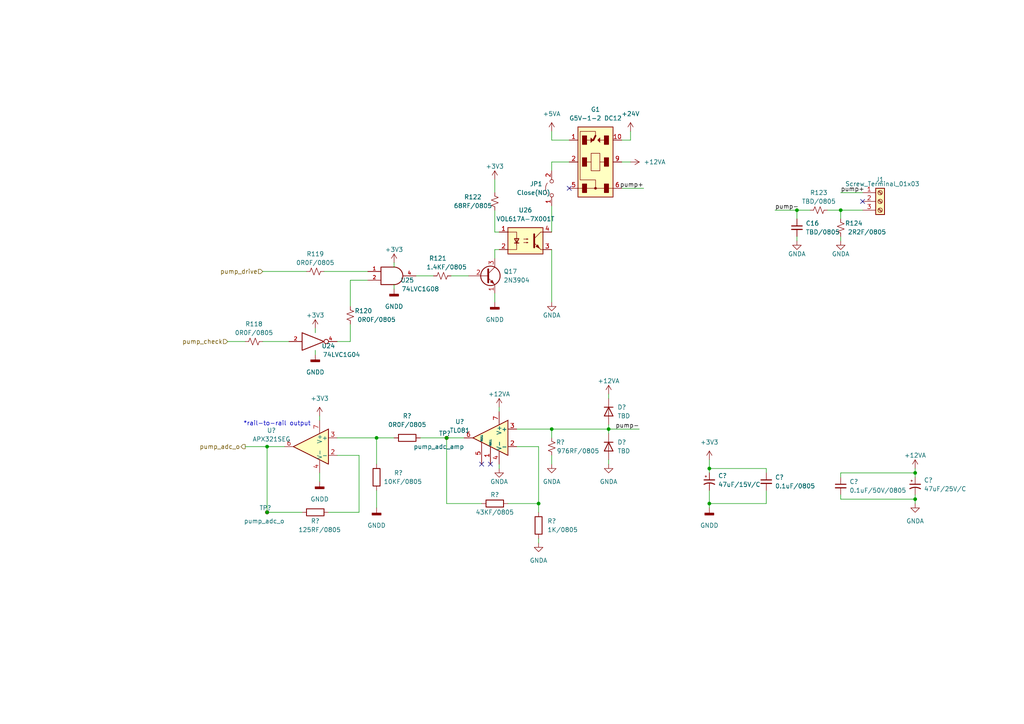
<source format=kicad_sch>
(kicad_sch (version 20211123) (generator eeschema)
  (paper "A4")
  (title_block (title "pump_motor_drive") (date "2022-07-01") (rev "rev00"))
  (lib_symbols
    (symbol "+12VA_2" (power) (pin_names (offset 0))
      (property "Value" "+12VA_2" (at 0 3.556 0))
      (symbol "+12VA_2_0_1"
        (polyline (pts (xy -0.762 1.27) (xy 0 2.54)))
        (polyline (pts (xy 0 0) (xy 0 2.54)))
        (polyline (pts (xy 0 2.54) (xy 0.762 1.27)))
      )
      (symbol "+12VA_2_1_1"
        (pin power_in line (at 0 0 90) (length 0) hide (name "+12VA") (number "1"))
      )
    )
    (symbol "+12VA_4" (power) (pin_names (offset 0))
      (property "Value" "+12VA_4" (at 0 3.556 0))
      (symbol "+12VA_4_0_1"
        (polyline (pts (xy -0.762 1.27) (xy 0 2.54)))
        (polyline (pts (xy 0 0) (xy 0 2.54)))
        (polyline (pts (xy 0 2.54) (xy 0.762 1.27)))
      )
      (symbol "+12VA_4_1_1"
        (pin power_in line (at 0 0 90) (length 0) hide (name "+12VA") (number "1"))
      )
    )
    (symbol "74xGxx:74LVC1G04" (pin_names (offset 1.016))
      (property "Reference" "U" (at -2.54 3.81 0))
      (property "Value" "74LVC1G04" (at 0 -3.81 0))
      (symbol "74LVC1G04_0_1"
        (polyline (pts (xy -3.81 2.54) (xy -3.81 -2.54) (xy 2.54 0) (xy -3.81 2.54)) (stroke (width 0.254)))
      )
      (symbol "74LVC1G04_1_1"
        (pin input line (at -7.62 0 0) (length 3.81) (name "~") (number "2"))
        (pin power_in line (at 0 -2.54 270) (length 0) hide (name "GND") (number "3"))
        (pin output inverted (at 6.35 0 180) (length 3.81) (name "~") (number "4"))
        (pin power_in line (at 0 2.54 90) (length 0) hide (name "VCC") (number "5"))
      )
    )
    (symbol "74xGxx:74LVC1G08" (pin_names (offset 1.016))
      (property "Reference" "U" (at -2.54 3.81 0))
      (property "Value" "74LVC1G08" (at 0 -3.81 0))
      (symbol "74LVC1G08_0_1"
        (arc (start 0 -2.54) (mid 2.54 0) (end 0 2.54) (stroke (width 0.254)))
        (polyline (pts (xy 0 -2.54) (xy -3.81 -2.54) (xy -3.81 2.54) (xy 0 2.54)) (stroke (width 0.254)))
      )
      (symbol "74LVC1G08_1_1"
        (pin input line (at -7.62 1.27 0) (length 3.81) (name "~") (number "1"))
        (pin input line (at -7.62 -1.27 0) (length 3.81) (name "~") (number "2"))
        (pin power_in line (at 0 -2.54 270) (length 0) hide (name "GND") (number "3"))
        (pin output line (at 6.35 0 180) (length 3.81) (name "~") (number "4"))
        (pin power_in line (at 0 2.54 90) (length 0) hide (name "VCC") (number "5"))
      )
    )
    (symbol "Amplifier_Operational:OPA196xD" (pin_names (offset 0.127))
      (property "Reference" "U" (at 0 6.35 0))
      (property "Value" "OPA196xD" (at 0 3.81 0))
      (symbol "OPA196xD_0_1"
        (polyline (pts (xy -5.08 5.08) (xy 5.08 0) (xy -5.08 -5.08) (xy -5.08 5.08)) (stroke (width 0.254)) (fill (type background)))
      )
      (symbol "OPA196xD_1_1"
        (pin no_connect line (at -2.54 2.54 270) (length 2.54) hide (name "NC") (number "1"))
        (pin input line (at -7.62 -2.54 0) (length 2.54) (name "-") (number "2"))
        (pin input line (at -7.62 2.54 0) (length 2.54) (name "+") (number "3"))
        (pin power_in line (at -2.54 -7.62 90) (length 3.81) (name "V-") (number "4"))
        (pin no_connect line (at 0 2.54 270) (length 2.54) hide (name "NC") (number "5"))
        (pin output line (at 7.62 0 180) (length 2.54) (name "~") (number "6"))
        (pin power_in line (at -2.54 7.62 270) (length 3.81) (name "V+") (number "7"))
        (pin no_connect line (at 0 -2.54 90) (length 2.54) hide (name "NC") (number "8"))
      )
    )
    (symbol "Amplifier_Operational:TL081" (pin_names (offset 0.127))
      (property "Reference" "U" (at 0 6.35 0))
      (property "Value" "TL081" (at 0 3.81 0))
      (symbol "TL081_0_1"
        (polyline (pts (xy -5.08 5.08) (xy 5.08 0) (xy -5.08 -5.08) (xy -5.08 5.08)) (stroke (width 0.254)) (fill (type background)))
      )
      (symbol "TL081_1_1"
        (pin input line (at 0 -7.62 90) (length 5.08) (name "NULL") (number "1"))
        (pin input line (at -7.62 -2.54 0) (length 2.54) (name "-") (number "2"))
        (pin input line (at -7.62 2.54 0) (length 2.54) (name "+") (number "3"))
        (pin power_in line (at -2.54 -7.62 90) (length 3.81) (name "V-") (number "4"))
        (pin input line (at 2.54 -7.62 90) (length 6.35) (name "NULL") (number "5"))
        (pin output line (at 7.62 0 180) (length 2.54) (name "~") (number "6"))
        (pin power_in line (at -2.54 7.62 270) (length 3.81) (name "V+") (number "7"))
        (pin no_connect line (at 0 2.54 270) (length 2.54) hide (name "NC") (number "8"))
      )
    )
    (symbol "Connector:Screw_Terminal_01x03" (pin_names (offset 1.016) hide)
      (property "Reference" "J" (at 0 5.08 0))
      (property "Value" "Screw_Terminal_01x03" (at 0 -5.08 0))
      (symbol "Screw_Terminal_01x03_1_1"
        (rectangle (start -1.27 3.81) (end 1.27 -3.81) (stroke (width 0.254)) (fill (type background)))
        (circle (center 0 -2.54) (radius 0.635) (stroke (width 0.1524)))
        (polyline (pts (xy -0.5334 -2.2098) (xy 0.3302 -3.048)) (stroke (width 0.1524)))
        (polyline (pts (xy -0.5334 0.3302) (xy 0.3302 -0.508)) (stroke (width 0.1524)))
        (polyline (pts (xy -0.5334 2.8702) (xy 0.3302 2.032)) (stroke (width 0.1524)))
        (polyline (pts (xy -0.3556 -2.032) (xy 0.508 -2.8702)) (stroke (width 0.1524)))
        (polyline (pts (xy -0.3556 0.508) (xy 0.508 -0.3302)) (stroke (width 0.1524)))
        (polyline (pts (xy -0.3556 3.048) (xy 0.508 2.2098)) (stroke (width 0.1524)))
        (circle (center 0 0) (radius 0.635) (stroke (width 0.1524)))
        (circle (center 0 2.54) (radius 0.635) (stroke (width 0.1524)))
        (pin passive line (at -5.08 2.54 0) (length 3.81) (name "Pin_1") (number "1"))
        (pin passive line (at -5.08 0 0) (length 3.81) (name "Pin_2") (number "2"))
        (pin passive line (at -5.08 -2.54 0) (length 3.81) (name "Pin_3") (number "3"))
      )
    )
    (symbol "Connector:TestPoint_Small" (pin_numbers hide) (pin_names (offset 0.762) hide)
      (property "Reference" "TP" (at 0 3.81 0))
      (property "Value" "TestPoint_Small" (at 0 2.032 0))
      (symbol "TestPoint_Small_0_1"
        (circle (center 0 0) (radius 0.508))
      )
      (symbol "TestPoint_Small_1_1"
        (pin passive line (at 0 0 90) (length 0) (name "1") (number "1"))
      )
    )
    (symbol "Device:C_Polarized_Small_US" (pin_numbers hide) (pin_names (offset 0.254) hide)
      (property "Reference" "C" (at 0.254 1.778 0))
      (property "Value" "C_Polarized_Small_US" (at 0.254 -2.032 0))
      (symbol "C_Polarized_Small_US_0_1"
        (polyline (pts (xy -1.524 0.508) (xy 1.524 0.508)) (stroke (width 0.3048)))
        (polyline (pts (xy -1.27 1.524) (xy -0.762 1.524)))
        (polyline (pts (xy -1.016 1.27) (xy -1.016 1.778)))
        (arc (start 1.524 -0.762) (mid 0 -0.3734) (end -1.524 -0.762) (stroke (width 0.3048)))
      )
      (symbol "C_Polarized_Small_US_1_1"
        (pin passive line (at 0 2.54 270) (length 2.032) (name "~") (number "1"))
        (pin passive line (at 0 -2.54 90) (length 2.032) (name "~") (number "2"))
      )
    )
    (symbol "Device:C_Small" (pin_numbers hide) (pin_names (offset 0.254) hide)
      (property "Reference" "C" (at 0.254 1.778 0))
      (property "Value" "C_Small" (at 0.254 -2.032 0))
      (symbol "C_Small_0_1"
        (polyline (pts (xy -1.524 -0.508) (xy 1.524 -0.508)) (stroke (width 0.3302)))
        (polyline (pts (xy -1.524 0.508) (xy 1.524 0.508)) (stroke (width 0.3048)))
      )
      (symbol "C_Small_1_1"
        (pin passive line (at 0 2.54 270) (length 2.032) (name "~") (number "1"))
        (pin passive line (at 0 -2.54 90) (length 2.032) (name "~") (number "2"))
      )
    )
    (symbol "Device:R" (pin_numbers hide) (pin_names (offset 0))
      (property "Reference" "R" (at 2.032 0 90))
      (property "Value" "R" (at 0 0 90))
      (symbol "R_0_1"
        (rectangle (start -1.016 -2.54) (end 1.016 2.54) (stroke (width 0.254)))
      )
      (symbol "R_1_1"
        (pin passive line (at 0 3.81 270) (length 1.27) (name "~") (number "1"))
        (pin passive line (at 0 -3.81 90) (length 1.27) (name "~") (number "2"))
      )
    )
    (symbol "Device:R_Small_US" (pin_numbers hide) (pin_names (offset 0.254) hide)
      (property "Reference" "R" (at 0.762 0.508 0))
      (property "Value" "R_Small_US" (at 0.762 -1.016 0))
      (symbol "R_Small_US_1_1"
        (polyline (pts (xy 0 0) (xy 1.016 -0.381) (xy 0 -0.762) (xy -1.016 -1.143) (xy 0 -1.524)))
        (polyline (pts (xy 0 1.524) (xy 1.016 1.143) (xy 0 0.762) (xy -1.016 0.381) (xy 0 0)))
        (pin passive line (at 0 2.54 270) (length 1.016) (name "~") (number "1"))
        (pin passive line (at 0 -2.54 90) (length 1.016) (name "~") (number "2"))
      )
    )
    (symbol "Diode:1N4148W" (pin_numbers hide) (pin_names (offset 1.016) hide)
      (property "Reference" "D" (at 0 2.54 0))
      (property "Value" "1N4148W" (at 0 -2.54 0))
      (symbol "1N4148W_0_1"
        (polyline (pts (xy -1.27 1.27) (xy -1.27 -1.27)) (stroke (width 0.254)))
        (polyline (pts (xy 1.27 0) (xy -1.27 0)))
        (polyline (pts (xy 1.27 1.27) (xy 1.27 -1.27) (xy -1.27 0) (xy 1.27 1.27)) (stroke (width 0.254)))
      )
      (symbol "1N4148W_1_1"
        (pin passive line (at -3.81 0 0) (length 2.54) (name "K") (number "1"))
        (pin passive line (at 3.81 0 180) (length 2.54) (name "A") (number "2"))
      )
    )
    (symbol "Isolator:SFH617A-1" (pin_names (offset 1.016))
      (property "Reference" "U" (at -5.08 5.08 0))
      (property "Value" "SFH617A-1" (at 0 5.08 0))
      (symbol "SFH617A-1_0_1"
        (rectangle (start -5.08 3.81) (end 5.08 -3.81) (stroke (width 0.254)) (fill (type background)))
        (polyline (pts (xy -3.175 -0.635) (xy -1.905 -0.635)) (stroke (width 0.254)))
        (polyline (pts (xy 2.54 0.635) (xy 4.445 2.54)))
        (polyline (pts (xy 4.445 -2.54) (xy 2.54 -0.635)) (fill (type outline)))
        (polyline (pts (xy 4.445 -2.54) (xy 5.08 -2.54)))
        (polyline (pts (xy 4.445 2.54) (xy 5.08 2.54)))
        (polyline (pts (xy -2.54 -0.635) (xy -2.54 -2.54) (xy -5.08 -2.54)))
        (polyline (pts (xy 2.54 1.905) (xy 2.54 -1.905) (xy 2.54 -1.905)) (stroke (width 0.508)))
        (polyline (pts (xy -5.08 2.54) (xy -2.54 2.54) (xy -2.54 -1.27) (xy -2.54 0.635)))
        (polyline (pts (xy -2.54 -0.635) (xy -3.175 0.635) (xy -1.905 0.635) (xy -2.54 -0.635)) (stroke (width 0.254)))
        (polyline (pts (xy -0.508 -0.508) (xy 0.762 -0.508) (xy 0.381 -0.635) (xy 0.381 -0.381) (xy 0.762 -0.508)))
        (polyline (pts (xy -0.508 0.508) (xy 0.762 0.508) (xy 0.381 0.381) (xy 0.381 0.635) (xy 0.762 0.508)))
        (polyline (pts (xy 3.048 -1.651) (xy 3.556 -1.143) (xy 4.064 -2.159) (xy 3.048 -1.651) (xy 3.048 -1.651)) (fill (type outline)))
      )
      (symbol "SFH617A-1_1_1"
        (pin passive line (at -7.62 2.54 0) (length 2.54) (name "~") (number "1"))
        (pin passive line (at -7.62 -2.54 0) (length 2.54) (name "~") (number "2"))
        (pin passive line (at 7.62 -2.54 180) (length 2.54) (name "~") (number "3"))
        (pin passive line (at 7.62 2.54 180) (length 2.54) (name "~") (number "4"))
      )
    )
    (symbol "Jumper:Jumper_2_Open" (pin_names (offset 0) hide)
      (property "Reference" "JP" (at 0 2.794 0))
      (property "Value" "Jumper_2_Open" (at 0 -2.286 0))
      (symbol "Jumper_2_Open_0_0"
        (circle (center -2.032 0) (radius 0.508))
        (circle (center 2.032 0) (radius 0.508))
      )
      (symbol "Jumper_2_Open_0_1"
        (arc (start 1.524 1.27) (mid 0 1.778) (end -1.524 1.27))
      )
      (symbol "Jumper_2_Open_1_1"
        (pin passive line (at -5.08 0 0) (length 2.54) (name "A") (number "1"))
        (pin passive line (at 5.08 0 180) (length 2.54) (name "B") (number "2"))
      )
    )
    (symbol "Relay:FINDER-40.41"
      (property "Reference" "G?" (at 11.43 1.2701 0))
      (property "Value" "G5V-1-2 DC12" (at 11.43 -1.2699 0))
      (symbol "FINDER-40.41_0_1"
        (rectangle (start -10.16 5.08) (end 10.16 -5.08) (stroke (width 0.254)) (fill (type background)))
        (rectangle (start -7.62 -2.54) (end -5.08 -3.81) (fill (type outline)))
        (rectangle (start -7.62 3.81) (end -5.08 2.54) (fill (type outline)))
        (rectangle (start -2.54 1.27) (end 2.54 -1.27))
        (rectangle (start -1.27 -2.54) (end 1.27 -3.81) (fill (type outline)))
        (rectangle (start -1.27 3.81) (end 1.27 2.54) (fill (type outline)))
        (polyline (pts (xy -6.35 -1.27) (xy -6.35 -2.54)))
        (polyline (pts (xy -6.35 1.27) (xy -6.35 2.54)))
        (polyline (pts (xy -6.324 0.6235) (xy -7.62 0)) (stroke (width 0.508)))
        (polyline (pts (xy 0 -2.54) (xy 0 -1.27)))
        (polyline (pts (xy 0 2.54) (xy 0 1.27)))
        (polyline (pts (xy 7.62 -3.81) (xy 7.62 -5.08)))
        (polyline (pts (xy 7.62 2.54) (xy 7.62 -2.54)))
        (polyline (pts (xy 7.62 5.08) (xy 7.62 3.81)))
        (polyline (pts (xy -5.7264 -1.2762) (xy -6.9964 -1.2762) (xy -6.3614 -0.6412) (xy -5.7264 -1.2762)) (fill (type outline)))
        (polyline (pts (xy -5.7004 1.3479) (xy -6.9704 1.3479) (xy -6.3354 0.7129) (xy -5.7004 1.3479)) (fill (type outline)))
        (polyline (pts (xy -7.62 0) (xy -8.89 0) (xy -8.8754 4.4668) (xy 5.186 4.4668) (xy 5.186 -0.0228) (xy 7.5556 -0.0228)))
        (rectangle (start 6.35 -2.54) (end 8.89 -3.81) (fill (type outline)))
        (rectangle (start 6.35 3.81) (end 8.89 2.54) (fill (type outline)))
        (circle (center 7.62 0) (radius 0.3072) (fill (type outline)))
      )
      (symbol "FINDER-40.41_1_1"
        (pin passive line (at -6.35 7.62 270) (length 2.54) (name "~") (number "1"))
        (pin passive line (at -6.35 -7.62 90) (length 2.54) (name "~") (number "10"))
        (pin passive line (at 0 7.62 270) (length 2.54) (name "~") (number "2"))
        (pin passive line (at 7.62 7.62 270) (length 2.54) (name "~") (number "5"))
        (pin passive line (at 7.62 -7.62 90) (length 2.54) (name "~") (number "6"))
        (pin passive line (at 0 -7.62 90) (length 2.54) (name "~") (number "9"))
      )
    )
    (symbol "Transistor_BJT:2N3904" (pin_names (offset 0) hide)
      (property "Reference" "Q" (at 5.08 1.905 0))
      (property "Value" "2N3904" (at 5.08 0 0))
      (symbol "2N3904_0_1"
        (polyline (pts (xy 0.635 0.635) (xy 2.54 2.54)))
        (polyline (pts (xy 0.635 -0.635) (xy 2.54 -2.54) (xy 2.54 -2.54)))
        (polyline (pts (xy 0.635 1.905) (xy 0.635 -1.905) (xy 0.635 -1.905)) (stroke (width 0.508)))
        (polyline (pts (xy 1.27 -1.778) (xy 1.778 -1.27) (xy 2.286 -2.286) (xy 1.27 -1.778) (xy 1.27 -1.778)) (fill (type outline)))
        (circle (center 1.27 0) (radius 2.8194) (stroke (width 0.254)))
      )
      (symbol "2N3904_1_1"
        (pin passive line (at 2.54 -5.08 90) (length 2.54) (name "E") (number "1"))
        (pin passive line (at -5.08 0 0) (length 5.715) (name "B") (number "2"))
        (pin passive line (at 2.54 5.08 270) (length 2.54) (name "C") (number "3"))
      )
    )
    (symbol "power:+12VA" (power) (pin_names (offset 0))
      (property "Value" "+12VA" (at 0 3.556 0))
      (symbol "+12VA_0_1"
        (polyline (pts (xy -0.762 1.27) (xy 0 2.54)))
        (polyline (pts (xy 0 0) (xy 0 2.54)))
        (polyline (pts (xy 0 2.54) (xy 0.762 1.27)))
      )
      (symbol "+12VA_1_1"
        (pin power_in line (at 0 0 90) (length 0) hide (name "+12VA") (number "1"))
      )
    )
    (symbol "power:+24V" (power) (pin_names (offset 0))
      (property "Value" "+24V" (at 0 3.556 0))
      (symbol "+24V_0_1"
        (polyline (pts (xy -0.762 1.27) (xy 0 2.54)))
        (polyline (pts (xy 0 0) (xy 0 2.54)))
        (polyline (pts (xy 0 2.54) (xy 0.762 1.27)))
      )
      (symbol "+24V_1_1"
        (pin power_in line (at 0 0 90) (length 0) hide (name "+24V") (number "1"))
      )
    )
    (symbol "power:+3V3" (power) (pin_names (offset 0))
      (property "Value" "+3V3" (at 0 3.556 0))
      (symbol "+3V3_0_1"
        (polyline (pts (xy -0.762 1.27) (xy 0 2.54)))
        (polyline (pts (xy 0 0) (xy 0 2.54)))
        (polyline (pts (xy 0 2.54) (xy 0.762 1.27)))
      )
      (symbol "+3V3_1_1"
        (pin power_in line (at 0 0 90) (length 0) hide (name "+3V3") (number "1"))
      )
    )
    (symbol "power:+5VA" (power) (pin_names (offset 0))
      (property "Value" "+5VA" (at 0 3.556 0))
      (symbol "+5VA_0_1"
        (polyline (pts (xy -0.762 1.27) (xy 0 2.54)))
        (polyline (pts (xy 0 0) (xy 0 2.54)))
        (polyline (pts (xy 0 2.54) (xy 0.762 1.27)))
      )
      (symbol "+5VA_1_1"
        (pin power_in line (at 0 0 90) (length 0) hide (name "+5VA") (number "1"))
      )
    )
    (symbol "power:GNDA" (power) (pin_names (offset 0))
      (property "Value" "GNDA" (at 0 -3.81 0))
      (symbol "GNDA_0_1"
        (polyline (pts (xy 0 0) (xy 0 -1.27) (xy 1.27 -1.27) (xy 0 -2.54) (xy -1.27 -1.27) (xy 0 -1.27)))
      )
      (symbol "GNDA_1_1"
        (pin power_in line (at 0 0 270) (length 0) hide (name "GNDA") (number "1"))
      )
    )
    (symbol "power:GNDD" (power) (pin_names (offset 0))
      (property "Value" "GNDD" (at 0 -3.175 0))
      (symbol "GNDD_0_1"
        (rectangle (start -1.27 -1.524) (end 1.27 -2.032) (stroke (width 0.254)) (fill (type outline)))
        (polyline (pts (xy 0 0) (xy 0 -1.524)))
      )
      (symbol "GNDD_1_1"
        (pin power_in line (at 0 0 270) (length 0) hide (name "GNDD") (number "1"))
      )
    )
  )
  (junction (at 205.74 146.05))
  (junction (at 129.54 127))
  (junction (at 77.47 129.54))
  (junction (at 109.22 127))
  (junction (at 176.53 124.46))
  (junction (at 160.02 124.46))
  (junction (at 265.43 137.16))
  (junction (at 77.47 148.59))
  (junction (at 205.74 135.89))
  (junction (at 231.14 60.96))
  (junction (at 243.84 60.96))
  (junction (at 265.43 144.78))
  (junction (at 156.21 146.05))
  (no_connect (at 250.19 58.42))
  (no_connect (at 142.24 134.62))
  (no_connect (at 165.1 54.61))
  (no_connect (at 139.7 134.62))
  (wire (pts (xy 156.21 156.21) (xy 156.21 157.48)))
  (wire (pts (xy 129.54 127) (xy 134.62 127)))
  (wire (pts (xy 205.74 146.05) (xy 205.74 147.32)))
  (wire (pts (xy 243.84 60.96) (xy 250.19 60.96)))
  (wire (pts (xy 176.53 114.3) (xy 176.53 115.57)))
  (wire (pts (xy 243.84 60.96) (xy 243.84 63.5)))
  (wire (pts (xy 93.98 78.74) (xy 106.68 78.74)))
  (wire (pts (xy 160.02 124.46) (xy 160.02 127)))
  (wire (pts (xy 156.21 129.54) (xy 156.21 146.05)))
  (wire (pts (xy 109.22 127) (xy 109.22 134.62)))
  (wire (pts (xy 160.02 124.46) (xy 176.53 124.46)))
  (wire (pts (xy 222.25 135.89) (xy 205.74 135.89)))
  (wire (pts (xy 129.54 127) (xy 129.54 146.05)))
  (wire (pts (xy 120.65 80.01) (xy 125.73 80.01)))
  (wire (pts (xy 76.2 78.74) (xy 88.9 78.74)))
  (wire (pts (xy 77.47 148.59) (xy 87.63 148.59)))
  (wire (pts (xy 160.02 38.1) (xy 160.02 40.64)))
  (wire (pts (xy 91.44 101.6) (xy 91.44 102.87)))
  (wire (pts (xy 243.84 143.51) (xy 243.84 144.78)))
  (wire (pts (xy 243.84 144.78) (xy 265.43 144.78)))
  (wire (pts (xy 143.51 85.09) (xy 143.51 87.63)))
  (wire (pts (xy 76.2 99.06) (xy 83.82 99.06)))
  (wire (pts (xy 149.86 124.46) (xy 160.02 124.46)))
  (wire (pts (xy 147.32 146.05) (xy 156.21 146.05)))
  (wire (pts (xy 231.14 68.58) (xy 231.14 69.85)))
  (wire (pts (xy 97.79 99.06) (xy 101.6 99.06)))
  (wire (pts (xy 143.51 60.96) (xy 143.51 67.31)))
  (wire (pts (xy 101.6 88.9) (xy 101.6 81.28)))
  (wire (pts (xy 243.84 137.16) (xy 243.84 138.43)))
  (wire (pts (xy 265.43 143.51) (xy 265.43 144.78)))
  (wire (pts (xy 243.84 68.58) (xy 243.84 69.85)))
  (wire (pts (xy 101.6 81.28) (xy 106.68 81.28)))
  (wire (pts (xy 109.22 142.24) (xy 109.22 147.32)))
  (wire (pts (xy 160.02 59.69) (xy 160.02 67.31)))
  (wire (pts (xy 176.53 124.46) (xy 185.42 124.46)))
  (wire (pts (xy 160.02 46.99) (xy 165.1 46.99)))
  (wire (pts (xy 114.3 76.2) (xy 114.3 77.47)))
  (wire (pts (xy 222.25 142.24) (xy 222.25 146.05)))
  (wire (pts (xy 205.74 133.35) (xy 205.74 135.89)))
  (wire (pts (xy 92.71 137.16) (xy 92.71 139.7)))
  (wire (pts (xy 180.34 46.99) (xy 182.88 46.99)))
  (wire (pts (xy 205.74 146.05) (xy 222.25 146.05)))
  (wire (pts (xy 109.22 127) (xy 114.3 127)))
  (wire (pts (xy 231.14 60.96) (xy 234.95 60.96)))
  (wire (pts (xy 240.03 60.96) (xy 243.84 60.96)))
  (wire (pts (xy 231.14 63.5) (xy 231.14 60.96)))
  (wire (pts (xy 243.84 137.16) (xy 265.43 137.16)))
  (wire (pts (xy 109.22 127) (xy 97.79 127)))
  (wire (pts (xy 265.43 144.78) (xy 265.43 146.05)))
  (wire (pts (xy 144.78 72.39) (xy 143.51 72.39)))
  (wire (pts (xy 139.7 146.05) (xy 129.54 146.05)))
  (wire (pts (xy 176.53 133.35) (xy 176.53 134.62)))
  (wire (pts (xy 165.1 40.64) (xy 160.02 40.64)))
  (wire (pts (xy 160.02 46.99) (xy 160.02 49.53)))
  (wire (pts (xy 143.51 67.31) (xy 144.78 67.31)))
  (wire (pts (xy 176.53 124.46) (xy 176.53 125.73)))
  (wire (pts (xy 265.43 135.89) (xy 265.43 137.16)))
  (wire (pts (xy 205.74 135.89) (xy 205.74 137.16)))
  (wire (pts (xy 77.47 129.54) (xy 71.12 129.54)))
  (wire (pts (xy 224.79 60.96) (xy 231.14 60.96)))
  (wire (pts (xy 97.79 132.08) (xy 104.14 132.08)))
  (wire (pts (xy 130.81 80.01) (xy 135.89 80.01)))
  (wire (pts (xy 104.14 132.08) (xy 104.14 148.59)))
  (wire (pts (xy 101.6 93.98) (xy 101.6 99.06)))
  (wire (pts (xy 176.53 123.19) (xy 176.53 124.46)))
  (wire (pts (xy 144.78 118.11) (xy 144.78 119.38)))
  (wire (pts (xy 92.71 120.65) (xy 92.71 121.92)))
  (wire (pts (xy 149.86 129.54) (xy 156.21 129.54)))
  (wire (pts (xy 180.34 40.64) (xy 182.88 40.64)))
  (wire (pts (xy 160.02 72.39) (xy 160.02 87.63)))
  (wire (pts (xy 91.44 95.25) (xy 91.44 96.52)))
  (wire (pts (xy 129.54 127) (xy 121.92 127)))
  (wire (pts (xy 77.47 148.59) (xy 77.47 129.54)))
  (wire (pts (xy 82.55 129.54) (xy 77.47 129.54)))
  (wire (pts (xy 243.84 55.88) (xy 250.19 55.88)))
  (wire (pts (xy 143.51 72.39) (xy 143.51 74.93)))
  (wire (pts (xy 156.21 146.05) (xy 156.21 148.59)))
  (wire (pts (xy 182.88 38.1) (xy 182.88 40.64)))
  (wire (pts (xy 144.78 134.62) (xy 144.78 135.89)))
  (wire (pts (xy 265.43 137.16) (xy 265.43 138.43)))
  (wire (pts (xy 205.74 142.24) (xy 205.74 146.05)))
  (wire (pts (xy 222.25 137.16) (xy 222.25 135.89)))
  (wire (pts (xy 66.04 99.06) (xy 71.12 99.06)))
  (wire (pts (xy 95.25 148.59) (xy 104.14 148.59)))
  (wire (pts (xy 114.3 82.55) (xy 114.3 83.82)))
  (wire (pts (xy 180.34 54.61) (xy 186.69 54.61)))
  (wire (pts (xy 160.02 132.08) (xy 160.02 134.62)))
  (wire (pts (xy 143.51 55.88) (xy 143.51 52.07)))
  (text "*rail-to-rail output\n\n" (at 90.17 125.73 180) (effects (font (size 1.27 1.27)) (justify right bottom)))
  (label "pump+" (at 243.84 55.88 0))
  (label "pump-" (at 185.42 124.46 180))
  (label "pump-" (at 224.79 60.96 0))
  (label "pump+" (at 186.69 54.61 180))
  (hierarchical_label "pump_drive" (shape input) (at 76.2 78.74 180))
  (hierarchical_label "pump_adc_o" (shape output) (at 71.12 129.54 180))
  (hierarchical_label "pump_check" (shape input) (at 66.04 99.06 180))
  (symbol (lib_id "power:GNDD") (at 143.51 87.63 0) (unit 1)
    (property "Reference" "#PWR06" (effects hide))
    (property "Value" "GNDD" (at 143.51 92.71 0))
  )
  (symbol (lib_id "power:GNDA") (at 144.78 135.89 0) (unit 1)
    (property "Reference" "#PWR?" (effects hide))
    (property "Value" "GNDA" (at 144.78 139.7 0))
  )
  (symbol (lib_id "Device:C_Small") (at 231.14 66.04 0) (unit 1)
    (property "Reference" "C16" (at 233.68 64.7762 0) (effects (justify left)))
    (property "Value" "TBD/0805" (at 233.68 67.3162 0) (effects (justify left)))
  )
  (symbol (lib_id "power:+5VA") (at 160.02 38.1 0) (unit 1)
    (property "Reference" "#PWR07" (effects hide))
    (property "Value" "+5VA" (at 160.02 33.02 0))
  )
  (symbol (lib_id "power:+3V3") (at 143.51 52.07 0) (unit 1)
    (property "Reference" "#PWR05" (effects hide))
    (property "Value" "+3V3" (at 143.51 48.26 0))
  )
  (symbol (lib_id "power:GNDD") (at 92.71 139.7 0) (mirror y) (unit 1)
    (property "Reference" "#PWR?" (effects hide))
    (property "Value" "GNDD" (at 92.71 144.78 0))
  )
  (symbol (lib_id "power:GNDA") (at 176.53 134.62 0) (unit 1)
    (property "Reference" "#PWR?" (effects hide))
    (property "Value" "GNDA" (at 176.53 139.7 0))
  )
  (symbol (lib_id "power:GNDA") (at 160.02 87.63 0) (unit 1)
    (property "Reference" "#PWR08" (effects hide))
    (property "Value" "GNDA" (at 160.02 91.44 0))
  )
  (symbol (lib_id "Device:R_Small_US") (at 143.51 58.42 180) (unit 1)
    (property "Reference" "R122" (at 137.16 57.15 0))
    (property "Value" "68RF/0805" (at 137.16 59.69 0))
  )
  (symbol (lib_id "power:+24V") (at 182.88 38.1 0) (unit 1)
    (property "Reference" "#PWR09" (effects hide))
    (property "Value" "+24V" (at 182.88 33.02 0))
  )
  (symbol (lib_id "Amplifier_Operational:OPA196xD") (at 90.17 129.54 0) (mirror y) (unit 1)
    (property "Reference" "U?" (at 78.74 124.841 0))
    (property "Value" "APX321SEG" (at 78.74 127.381 0))
    (property "Footprint" "Package_SO:SOIC-8_3.9x4.9mm_P1.27mm" (effects hide))
    (property "Datasheet" "http://www.ti.com/lit/ds/symlink/opa4196.pdf" (effects hide))
  )
  (symbol (lib_id "power:GNDD") (at 91.44 102.87 0) (unit 1)
    (property "Reference" "#PWR02" (effects hide))
    (property "Value" "GNDD" (at 91.44 107.95 0))
  )
  (symbol (lib_id "power:GNDD") (at 205.74 147.32 0) (unit 1)
    (property "Reference" "#PWR?" (effects hide))
    (property "Value" "GNDD" (at 205.74 152.4 0))
  )
  (symbol (lib_id "Amplifier_Operational:TL081") (at 142.24 127 0) (mirror y) (unit 1)
    (property "Reference" "U?" (at 133.35 122.301 0))
    (property "Value" "TL081" (at 133.35 124.841 0))
    (property "Datasheet" "http://www.ti.com/lit/ds/symlink/tl081.pdf" (effects hide))
  )
  (symbol (lib_id "Device:R_Small_US") (at 91.44 78.74 90) (unit 1)
    (property "Reference" "R119" (at 91.44 73.66 90))
    (property "Value" "0R0F/0805" (at 91.44 76.2 90))
  )
  (symbol (lib_id "Device:R_Small_US") (at 73.66 99.06 90) (unit 1)
    (property "Reference" "R118" (at 73.66 93.98 90))
    (property "Value" "0R0F/0805" (at 73.66 96.52 90))
  )
  (symbol (lib_id "Device:C_Small") (at 222.25 139.7 0) (unit 1)
    (property "Reference" "C?" (at 224.79 138.4362 0) (effects (justify left)))
    (property "Value" "0.1uF/0805" (at 224.79 140.9762 0) (effects (justify left)))
  )
  (symbol (lib_id "power:+3V3") (at 91.44 95.25 0) (unit 1)
    (property "Reference" "#PWR01" (effects hide))
    (property "Value" "+3V3" (at 91.44 91.44 0))
  )
  (symbol (lib_id "Device:R_Small_US") (at 128.27 80.01 270) (unit 1)
    (property "Reference" "R121" (at 127 74.93 90))
    (property "Value" "1.4KF/0805" (at 129.54 77.47 90))
  )
  (symbol (lib_id "Device:R_Small_US") (at 243.84 66.04 180) (unit 1)
    (property "Reference" "R124" (at 247.65 64.77 0))
    (property "Value" "2R2F/0805" (at 251.46 67.31 0))
  )
  (symbol (lib_id "Connector:Screw_Terminal_01x03") (at 255.27 58.42 0) (unit 1)
    (property "Reference" "J1" (at 254 52.07 0) (effects (justify left)))
    (property "Value" "Screw_Terminal_01x03" (at 245.11 53.34 0) (effects (justify left)))
  )
  (symbol (lib_id "power:GNDA") (at 231.14 69.85 0) (unit 1)
    (property "Reference" "#PWR063" (effects hide))
    (property "Value" "GNDA" (at 231.14 73.66 0))
  )
  (symbol (lib_id "Device:R") (at 118.11 127 270) (mirror x) (unit 1)
    (property "Reference" "R?" (at 118.11 120.65 90))
    (property "Value" "0R0F/0805" (at 118.11 123.19 90))
    (property "Reference" "R85" (effects hide))
    (property "Value" "R" (effects hide))
  )
  (symbol (lib_id "Connector:TestPoint_Small") (at 129.54 127 0) (mirror y) (unit 1)
    (property "Reference" "TP?" (at 130.81 125.73 0) (effects (justify left)))
    (property "Value" "pump_adc_amp" (at 134.62 129.54 0) (effects (justify left)))
    (property "Reference" "TP?" (effects hide))
    (property "Value" "vavle_adc1" (effects hide))
  )
  (symbol (lib_name "+12VA_4") (lib_id "power:+12VA") (at 265.43 135.89 0) (unit 1)
    (property "Reference" "#PWR?" (effects hide))
    (property "Value" "+12VA" (at 265.43 132.08 0))
  )
  (symbol (lib_id "Device:R_Small_US") (at 160.02 129.54 180) (unit 1)
    (property "Reference" "R?" (at 162.56 128.27 0))
    (property "Value" "976RF/0805" (at 167.64 130.81 0))
  )
  (symbol (lib_id "power:+12VA") (at 182.88 46.99 270) (unit 1)
    (property "Reference" "#PWR048" (effects hide))
    (property "Value" "+12VA" (at 186.69 46.9899 90) (effects (justify left)))
  )
  (symbol (lib_id "power:GNDA") (at 156.21 157.48 0) (unit 1)
    (property "Reference" "#PWR?" (effects hide))
    (property "Value" "GNDA" (at 156.21 162.56 0))
  )
  (symbol (lib_id "Transistor_BJT:2N3904") (at 140.97 80.01 0) (unit 1)
    (property "Reference" "Q17" (at 146.05 78.7399 0) (effects (justify left)))
    (property "Value" "2N3904" (at 146.05 81.2799 0) (effects (justify left)))
    (property "Footprint" "Package_TO_SOT_THT:TO-92_Inline" (effects hide))
    (property "Datasheet" "https://www.onsemi.com/pub/Collateral/2N3903-D.PDF" (effects hide))
  )
  (symbol (lib_id "power:+3V3") (at 205.74 133.35 0) (unit 1)
    (property "Reference" "#PWR?" (effects hide))
    (property "Value" "+3V3" (at 205.74 128.27 0))
  )
  (symbol (lib_id "74xGxx:74LVC1G08") (at 114.3 80.01 0) (unit 1)
    (property "Reference" "U25" (at 118.11 81.28 0))
    (property "Value" "74LVC1G08" (at 121.92 83.82 0))
    (property "Datasheet" "http://www.ti.com/lit/sg/scyt129e/scyt129e.pdf" (effects hide))
  )
  (symbol (lib_id "Diode:1N4148W") (at 176.53 119.38 270) (unit 1)
    (property "Reference" "D?" (at 179.07 118.1099 90) (effects (justify left)))
    (property "Value" "TBD" (at 179.07 120.6499 90) (effects (justify left)))
    (property "Footprint" "Diode_SMD:D_SOD-123" (effects hide))
    (property "Datasheet" "https://www.vishay.com/docs/85748/1n4148w.pdf" (effects hide))
  )
  (symbol (lib_id "Device:R") (at 91.44 148.59 270) (mirror x) (unit 1)
    (property "Reference" "R?" (at 91.44 151.13 90))
    (property "Value" "125RF/0805" (at 92.71 153.67 90))
  )
  (symbol (lib_id "power:GNDA") (at 160.02 134.62 0) (unit 1)
    (property "Reference" "#PWR?" (effects hide))
    (property "Value" "GNDA" (at 160.02 139.7 0))
  )
  (symbol (lib_id "Connector:TestPoint_Small") (at 77.47 148.59 0) (mirror y) (unit 1)
    (property "Reference" "TP?" (at 78.74 147.32 0) (effects (justify left)))
    (property "Value" "pump_adc_o" (at 82.55 151.13 0) (effects (justify left)))
  )
  (symbol (lib_id "Device:C_Small") (at 243.84 140.97 0) (unit 1)
    (property "Reference" "C?" (at 246.38 139.7062 0) (effects (justify left)))
    (property "Value" "0.1uF/50V/0805" (at 246.38 142.2462 0) (effects (justify left)))
  )
  (symbol (lib_id "power:GNDA") (at 265.43 146.05 0) (unit 1)
    (property "Reference" "#PWR?" (effects hide))
    (property "Value" "GNDA" (at 265.43 151.13 0))
  )
  (symbol (lib_id "Device:C_Polarized_Small_US") (at 265.43 140.97 0) (unit 1)
    (property "Reference" "C?" (at 267.97 139.2681 0) (effects (justify left)))
    (property "Value" "47uF/25V/C" (at 267.97 141.8081 0) (effects (justify left)))
  )
  (symbol (lib_id "Device:R_Small_US") (at 101.6 91.44 0) (unit 1)
    (property "Reference" "R120" (at 105.41 90.17 0))
    (property "Value" "0R0F/0805" (at 109.22 92.71 0))
  )
  (symbol (lib_id "power:+3V3") (at 92.71 120.65 0) (mirror y) (unit 1)
    (property "Reference" "#PWR?" (effects hide))
    (property "Value" "+3V3" (at 92.71 115.57 0))
  )
  (symbol (lib_id "Device:R") (at 143.51 146.05 270) (unit 1)
    (property "Reference" "R?" (at 143.51 143.51 90))
    (property "Value" "43KF/0805" (at 143.51 148.59 90))
  )
  (symbol (lib_id "Device:R") (at 156.21 152.4 180) (unit 1)
    (property "Reference" "R?" (at 158.75 151.1299 0) (effects (justify right)))
    (property "Value" "1K/0805" (at 158.75 153.6699 0) (effects (justify right)))
    (property "Reference" "R77" (effects hide))
    (property "Value" "1KF/0805" (effects hide))
  )
  (symbol (lib_name "+12VA_2") (lib_id "power:+12VA") (at 176.53 114.3 0) (mirror y) (unit 1)
    (property "Reference" "#PWR?" (effects hide))
    (property "Value" "+12VA" (at 176.53 110.49 0))
  )
  (symbol (lib_id "power:+12VA") (at 144.78 118.11 0) (mirror y) (unit 1)
    (property "Reference" "#PWR?" (effects hide))
    (property "Value" "+12VA" (at 144.78 114.3 0))
  )
  (symbol (lib_id "Relay:FINDER-40.41") (at 172.72 46.99 90) (mirror x) (unit 1)
    (property "Reference" "G1" (at 172.72 31.75 90))
    (property "Value" "G5V-1-2 DC12" (at 172.72 34.29 90))
    (property "Footprint" "Relay_THT:Relay_SPDT_G5V-1-2 DC12" (effects hide))
    (property "Datasheet" "https://www.finder-relais.net/de/finder-relais-serie-40.pdf" (effects hide))
  )
  (symbol (lib_id "Jumper:Jumper_2_Open") (at 160.02 54.61 90) (unit 1)
    (property "Reference" "JP1" (at 153.67 53.34 90) (effects (justify right)))
    (property "Value" "Close(NO)" (at 149.86 55.88 90) (effects (justify right)))
  )
  (symbol (lib_id "power:GNDD") (at 114.3 83.82 0) (unit 1)
    (property "Reference" "#PWR04" (effects hide))
    (property "Value" "GNDD" (at 114.3 88.9 0))
  )
  (symbol (lib_id "Diode:1N4148W") (at 176.53 129.54 270) (unit 1)
    (property "Reference" "D?" (at 179.07 128.2699 90) (effects (justify left)))
    (property "Value" "TBD" (at 179.07 130.8099 90) (effects (justify left)))
    (property "Reference" "D10" (effects hide))
    (property "Value" "1N4148W" (effects hide))
  )
  (symbol (lib_id "74xGxx:74LVC1G04") (at 91.44 99.06 0) (unit 1)
    (property "Reference" "U24" (at 95.25 100.33 0))
    (property "Value" "74LVC1G04" (at 99.06 102.87 0))
    (property "Datasheet" "http://www.ti.com/lit/sg/scyt129e/scyt129e.pdf" (effects hide))
  )
  (symbol (lib_id "Device:R") (at 109.22 138.43 0) (mirror x) (unit 1)
    (property "Reference" "R?" (at 115.57 137.16 0))
    (property "Value" "10KF/0805" (at 116.84 139.7 0))
  )
  (symbol (lib_id "power:GNDD") (at 109.22 147.32 0) (mirror y) (unit 1)
    (property "Reference" "#PWR?" (effects hide))
    (property "Value" "GNDD" (at 109.22 152.4 0))
  )
  (symbol (lib_id "power:+3V3") (at 114.3 76.2 0) (unit 1)
    (property "Reference" "#PWR03" (effects hide))
    (property "Value" "+3V3" (at 114.3 72.39 0))
  )
  (symbol (lib_id "Device:R_Small_US") (at 237.49 60.96 270) (unit 1)
    (property "Reference" "R123" (at 237.49 55.88 90))
    (property "Value" "TBD/0805" (at 237.49 58.42 90))
  )
  (symbol (lib_id "Device:C_Polarized_Small_US") (at 205.74 139.7 0) (unit 1)
    (property "Reference" "C?" (at 208.28 137.9981 0) (effects (justify left)))
    (property "Value" "47uF/15V/C" (at 208.28 140.5381 0) (effects (justify left)))
  )
  (symbol (lib_id "power:GNDA") (at 243.84 69.85 0) (unit 1)
    (property "Reference" "#PWR064" (effects hide))
    (property "Value" "GNDA" (at 243.84 73.66 0))
  )
  (symbol (lib_id "Isolator:SFH617A-1") (at 152.4 69.85 0) (unit 1)
    (property "Reference" "U26" (at 152.4 60.96 0))
    (property "Value" "VOL617A-7X001T" (at 152.4 63.5 0))
    (property "Footprint" "Package_DIP:DIP-4_W7.62mm" (effects hide))
    (property "Datasheet" "http://www.vishay.com/docs/83740/sfh617a.pdf" (effects hide))
  )
)
</source>
